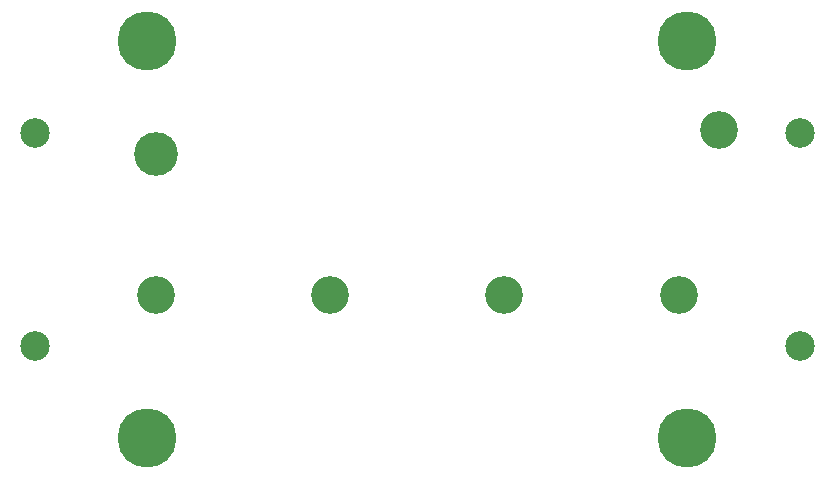
<source format=gbr>
%TF.GenerationSoftware,KiCad,Pcbnew,(6.0.1)*%
%TF.CreationDate,2022-06-17T02:15:53-07:00*%
%TF.ProjectId,BonkDaddyPanel,426f6e6b-4461-4646-9479-50616e656c2e,1.2*%
%TF.SameCoordinates,Original*%
%TF.FileFunction,Soldermask,Top*%
%TF.FilePolarity,Negative*%
%FSLAX46Y46*%
G04 Gerber Fmt 4.6, Leading zero omitted, Abs format (unit mm)*
G04 Created by KiCad (PCBNEW (6.0.1)) date 2022-06-17 02:15:53*
%MOMM*%
%LPD*%
G01*
G04 APERTURE LIST*
%ADD10C,5.000000*%
%ADD11C,3.200000*%
%ADD12C,2.500000*%
%ADD13C,3.700000*%
G04 APERTURE END LIST*
D10*
%TO.C,H1*%
X62500000Y-45175000D03*
%TD*%
%TO.C,H2*%
X108220000Y-45175000D03*
%TD*%
%TO.C,H3*%
X108220000Y-78825000D03*
%TD*%
%TO.C,H4*%
X62500000Y-78825000D03*
%TD*%
D11*
%TO.C,H14*%
X78020000Y-66750000D03*
%TD*%
%TO.C,H15*%
X110930000Y-52750000D03*
%TD*%
D12*
%TO.C,H17*%
X53000000Y-53000000D03*
%TD*%
%TO.C,H18*%
X117800000Y-53000000D03*
%TD*%
%TO.C,H19*%
X117800000Y-71000000D03*
%TD*%
%TO.C,H20*%
X53000000Y-71000000D03*
%TD*%
D13*
%TO.C,H26*%
X63250000Y-54750000D03*
%TD*%
D11*
%TO.C,H16*%
X63250000Y-66750000D03*
%TD*%
%TO.C,H21*%
X107550000Y-66750000D03*
%TD*%
%TO.C,H22*%
X92780000Y-66750000D03*
%TD*%
M02*

</source>
